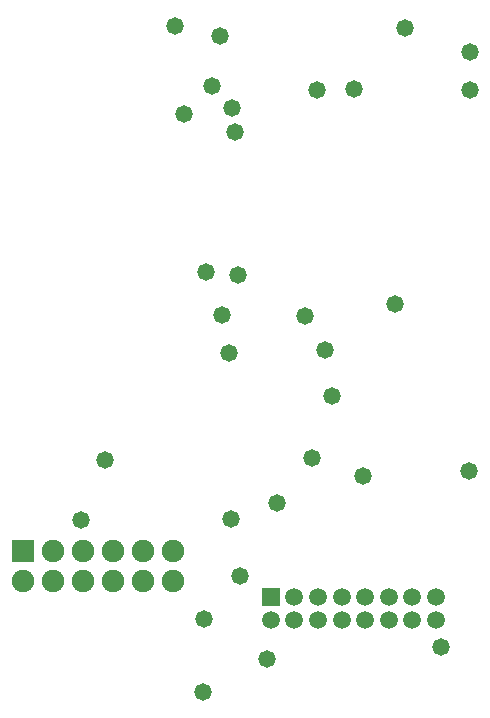
<source format=gbr>
%FSTAX23Y23*%
%MOIN*%
%SFA1B1*%

%IPPOS*%
%ADD37C,0.059181*%
%ADD38R,0.059181X0.059181*%
%ADD39R,0.074929X0.074929*%
%ADD40C,0.074929*%
%ADD41C,0.058000*%
%LNpcb1_soldermask_bot-1*%
%LPD*%
G54D37*
X01822Y00515D03*
X01743D03*
X01665D03*
X01586D03*
X01507D03*
X01428D03*
X0135D03*
X01271D03*
X01822Y00593D03*
X01743D03*
X01665D03*
X01586D03*
X01507D03*
X01428D03*
X0135D03*
G54D38*
X01271Y00593D03*
G54D39*
X00445Y00745D03*
G54D40*
X00545Y00745D03*
X00645D03*
X00745D03*
X00845D03*
X00945D03*
X00445Y00645D03*
X00545D03*
X00645D03*
X00745D03*
X00845D03*
X00945D03*
G54D41*
X01384Y01528D03*
X01452Y01417D03*
X01292Y00907D03*
X01045Y00275D03*
X01048Y0052D03*
X01138Y00852D03*
X01168Y00662D03*
X01934Y02284D03*
X01426Y02284D03*
X01935Y02409D03*
X01548Y02285D03*
X01152Y02141D03*
X01131Y01406D03*
X00639Y0085D03*
X01102Y02464D03*
X01141Y02223D03*
X00982Y02204D03*
X01076Y02297D03*
X01719Y02488D03*
X01476Y01261D03*
X01109Y01533D03*
X01932Y01014D03*
X01685Y0157D03*
X0072Y01048D03*
X01055Y01677D03*
X01161Y01665D03*
X00952Y02496D03*
X01838Y00425D03*
X01259Y00385D03*
X01578Y00996D03*
X01407Y01057D03*
M02*
</source>
